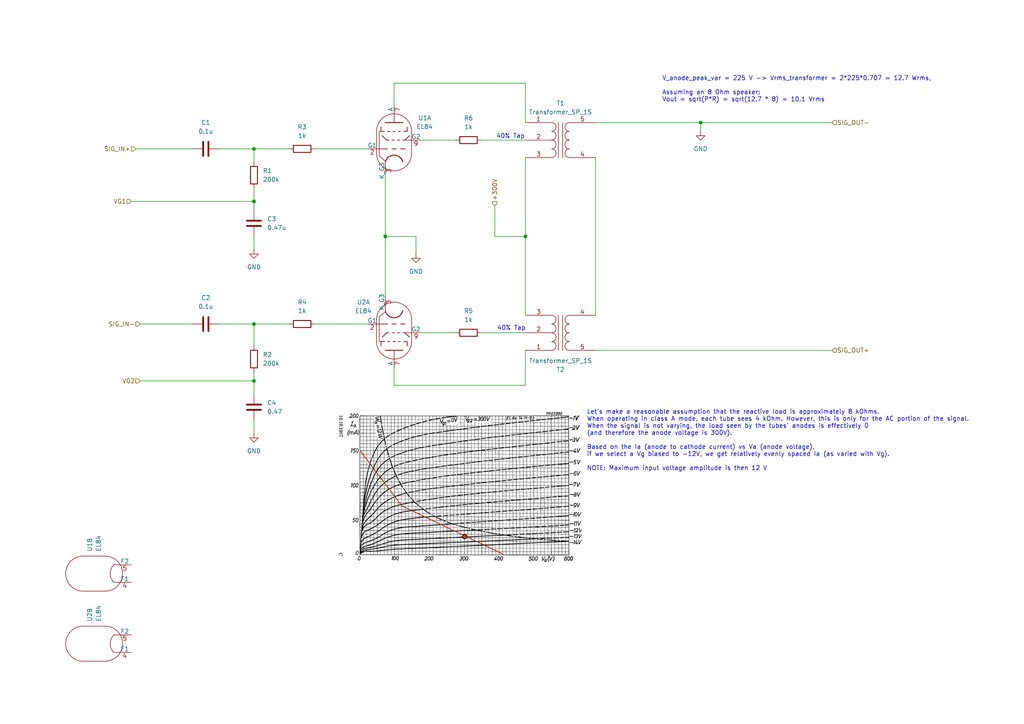
<source format=kicad_sch>
(kicad_sch (version 20231120) (generator "eeschema") (generator_version "8.0")
  (paper "A4")
  (title_block (title "Push-Pull AB Amplifier"))
  (lib_symbols
    (symbol "Device:C" (pin_numbers hide) (pin_names (offset 0.254))
      (property "Reference" "C" (at 0.635 2.54 0))
      (property "Value" "C" (at 0.635 -2.54 0))
      (symbol "C_0_1"
        (polyline (pts (xy -2.032 -0.762) (xy 2.032 -0.762)) (stroke (width 0.508)))
        (polyline (pts (xy -2.032 0.762) (xy 2.032 0.762)) (stroke (width 0.508)))
      )
      (symbol "C_1_1"
        (pin passive line (at 0 3.81 270) (length 2.794) (name "~") (number "1"))
        (pin passive line (at 0 -3.81 90) (length 2.794) (name "~") (number "2"))
      )
    )
    (symbol "Device:R" (pin_numbers hide) (pin_names (offset 0))
      (property "Reference" "R" (at 2.032 0 90))
      (property "Value" "R" (at 0 0 90))
      (symbol "R_0_1"
        (rectangle (start -1.016 -2.54) (end 1.016 2.54) (stroke (width 0.254)))
      )
      (symbol "R_1_1"
        (pin passive line (at 0 3.81 270) (length 1.27) (name "~") (number "1"))
        (pin passive line (at 0 -3.81 90) (length 1.27) (name "~") (number "2"))
      )
    )
    (symbol "Device:Transformer_SP_1S" (pin_names (offset 1.016) hide)
      (property "Reference" "T" (at 0 6.35 0))
      (property "Value" "Transformer_SP_1S" (at 0 -7.62 0))
      (symbol "Transformer_SP_1S_0_1"
        (arc (start -2.54 -5.0546) (mid -1.6599 -4.6901) (end -1.27 -3.81))
        (arc (start -2.54 -2.5146) (mid -1.6599 -2.1501) (end -1.27 -1.27))
        (arc (start -2.54 0.0254) (mid -1.6599 0.3899) (end -1.27 1.27))
        (arc (start -2.54 2.5654) (mid -1.6599 2.9299) (end -1.27 3.81))
        (arc (start -1.27 -3.81) (mid -1.642 -2.912) (end -2.54 -2.54))
        (arc (start -1.27 -1.27) (mid -1.642 -0.372) (end -2.54 0))
        (arc (start -1.27 1.27) (mid -1.642 2.168) (end -2.54 2.54))
        (arc (start -1.27 3.81) (mid -1.642 4.708) (end -2.54 5.08))
        (polyline (pts (xy -0.635 5.08) (xy -0.635 -5.08)))
        (polyline (pts (xy 0.635 -5.08) (xy 0.635 5.08)))
        (arc (start 1.2954 -1.27) (mid 1.6599 -2.1501) (end 2.54 -2.5146))
        (arc (start 1.2954 1.27) (mid 1.6599 0.3899) (end 2.54 0.0254))
        (arc (start 1.2954 3.81) (mid 1.6599 2.9299) (end 2.54 2.5654))
        (arc (start 1.3208 -3.81) (mid 1.6853 -4.6901) (end 2.5654 -5.0546))
        (arc (start 2.54 0) (mid 1.642 -0.372) (end 1.2954 -1.27))
        (arc (start 2.54 2.54) (mid 1.642 2.168) (end 1.2954 1.27))
        (arc (start 2.54 5.08) (mid 1.642 4.708) (end 1.2954 3.81))
        (arc (start 2.5654 -2.54) (mid 1.6674 -2.912) (end 1.3208 -3.81))
      )
      (symbol "Transformer_SP_1S_1_1"
        (pin passive line (at -10.16 5.08 0) (length 7.62) (name "PR1") (number "1"))
        (pin passive line (at -10.16 0 0) (length 7.62) (name "PM") (number "2"))
        (pin passive line (at -10.16 -5.08 0) (length 7.62) (name "PR2") (number "3"))
        (pin passive line (at 10.16 -5.08 180) (length 7.62) (name "S1") (number "4"))
        (pin passive line (at 10.16 5.08 180) (length 7.62) (name "S2") (number "5"))
      )
    )
    (symbol "Valve:EL84" (pin_names (offset 0))
      (property "Reference" "U" (at 2.54 10.16 0))
      (property "Value" "EL84" (at 7.62 -7.62 0))
      (symbol "EL84_0_1"
        (arc (start -5.08 -2.54) (mid 0 -7.5979) (end 5.08 -2.54))
        (polyline (pts (xy -5.08 3.81) (xy -5.08 -2.54) (xy -5.08 -2.54)))
        (polyline (pts (xy 5.08 -2.54) (xy 5.08 3.81) (xy 5.08 3.81)))
        (arc (start 5.08 3.81) (mid 0 8.8679) (end -5.08 3.81))
      )
      (symbol "EL84_1_0"
        (polyline (pts (xy -2.54 -5.08) (xy -2.54 -7.62)))
      )
      (symbol "EL84_1_1"
        (polyline (pts (xy -5.08 -1.27) (xy -3.175 -1.27)))
        (polyline (pts (xy -4.318 -3.302) (xy -4.318 3.7338)))
        (polyline (pts (xy -4.318 -3.302) (xy -2.54 -4.826)))
        (polyline (pts (xy -4.064 3.7338) (xy -4.318 3.7338)))
        (polyline (pts (xy -3.81 3.81) (xy -2.794 3.81)) (stroke (width 0.2032)))
        (polyline (pts (xy -3.81 5.08) (xy -3.81 3.81)) (stroke (width 0.2032)))
        (polyline (pts (xy -3.429 2.54) (xy -2.159 1.27)) (stroke (width 0.2032)))
        (polyline (pts (xy -2.159 1.27) (xy -1.4732 1.27)) (stroke (width 0.2032)))
        (polyline (pts (xy -1.905 -1.27) (xy -3.175 -1.27)) (stroke (width 0.2032)))
        (polyline (pts (xy -1.8542 3.81) (xy -1.2192 3.81)) (stroke (width 0.2032)))
        (polyline (pts (xy -0.635 -1.27) (xy 0.635 -1.27)) (stroke (width 0.2032)))
        (polyline (pts (xy -0.5842 1.27) (xy 0.0762 1.27)) (stroke (width 0.2032)))
        (polyline (pts (xy -0.3302 3.81) (xy 0.3302 3.81)) (stroke (width 0.2032)))
        (polyline (pts (xy 0 6.35) (xy 0 8.89)))
        (polyline (pts (xy 0.9652 1.27) (xy 1.6002 1.27)) (stroke (width 0.2032)))
        (polyline (pts (xy 1.2192 3.81) (xy 1.8542 3.81)) (stroke (width 0.2032)))
        (polyline (pts (xy 1.905 -1.27) (xy 3.175 -1.27)) (stroke (width 0.2032)))
        (polyline (pts (xy 2.54 1.27) (xy 3.175 1.27)) (stroke (width 0.2032)))
        (polyline (pts (xy 3.175 1.27) (xy 5.08 1.27)))
        (polyline (pts (xy 3.81 3.81) (xy 2.794 3.81)) (stroke (width 0.2032)))
        (polyline (pts (xy 3.81 5.08) (xy 3.81 3.81)) (stroke (width 0.2032)))
        (polyline (pts (xy 4.445 2.54) (xy 3.175 1.27)) (stroke (width 0.2032)))
        (polyline (pts (xy -2.54 6.35) (xy 2.54 6.35) (xy 2.54 6.35)) (stroke (width 0.254)))
        (arc (start 2.54 -5.08) (mid 0 -3.0968) (end -2.54 -5.08) (stroke (width 0.254)))
        (pin input line (at -7.62 -1.27 0) (length 2.54) (name "G1") (number "2"))
        (pin bidirectional line (at -2.54 -8.89 90) (length 2.54) (name "K_G3") (number "3"))
        (pin output line (at 0 11.43 270) (length 2.54) (name "A") (number "7"))
        (pin input line (at 7.62 1.27 180) (length 2.54) (name "G2") (number "9"))
      )
      (symbol "EL84_2_1"
        (polyline (pts (xy -2.54 -5.08) (xy -2.54 -6.35) (xy -2.54 -6.35)))
        (polyline (pts (xy 2.54 -6.35) (xy 2.54 -5.08) (xy 2.54 -5.08)))
        (arc (start 2.54 -5.08) (mid 0 -4.0279) (end -2.54 -5.08))
        (pin power_in line (at -2.54 -10.16 90) (length 3.81) (name "F1") (number "4"))
        (pin power_in line (at 2.54 -10.16 90) (length 3.81) (name "F2") (number "5"))
      )
    )
    (symbol "power:GND" (power) (pin_numbers hide) (pin_names (offset 0) hide)
      (property "Value" "GND" (at 0 -3.81 0))
      (symbol "GND_0_1"
        (polyline (pts (xy 0 0) (xy 0 -1.27) (xy 1.27 -1.27) (xy 0 -2.54) (xy -1.27 -1.27) (xy 0 -1.27)))
      )
      (symbol "GND_1_1"
        (pin power_in line (at 0 0 270) (length 0) (name "~") (number "1"))
      )
    )
  )
  (junction (at 203.2 35.56))
  (junction (at 111.76 68.58))
  (junction (at 152.4 68.58))
  (junction (at 73.66 58.42))
  (junction (at 73.66 43.18))
  (junction (at 73.66 110.49))
  (junction (at 73.66 93.98))
  (wire (pts (xy 152.4 111.76) (xy 152.4 101.6)))
  (wire (pts (xy 203.2 35.56) (xy 203.2 38.1)))
  (wire (pts (xy 73.66 43.18) (xy 83.82 43.18)))
  (wire (pts (xy 73.66 93.98) (xy 73.66 100.33)))
  (wire (pts (xy 172.72 35.56) (xy 203.2 35.56)))
  (wire (pts (xy 143.51 59.69) (xy 143.51 68.58)))
  (wire (pts (xy 63.5 43.18) (xy 73.66 43.18)))
  (wire (pts (xy 73.66 93.98) (xy 83.82 93.98)))
  (wire (pts (xy 111.76 68.58) (xy 120.65 68.58)))
  (wire (pts (xy 172.72 101.6) (xy 241.3 101.6)))
  (wire (pts (xy 73.66 43.18) (xy 73.66 46.99)))
  (wire (pts (xy 152.4 45.72) (xy 152.4 68.58)))
  (wire (pts (xy 38.1 58.42) (xy 73.66 58.42)))
  (wire (pts (xy 121.92 40.64) (xy 132.08 40.64)))
  (wire (pts (xy 111.76 68.58) (xy 111.76 86.36)))
  (wire (pts (xy 114.3 111.76) (xy 152.4 111.76)))
  (wire (pts (xy 114.3 24.13) (xy 114.3 30.48)))
  (wire (pts (xy 114.3 106.68) (xy 114.3 111.76)))
  (wire (pts (xy 139.7 40.64) (xy 152.4 40.64)))
  (wire (pts (xy 152.4 24.13) (xy 152.4 35.56)))
  (wire (pts (xy 172.72 45.72) (xy 172.72 91.44)))
  (wire (pts (xy 39.37 43.18) (xy 55.88 43.18)))
  (wire (pts (xy 91.44 43.18) (xy 106.68 43.18)))
  (wire (pts (xy 152.4 68.58) (xy 143.51 68.58)))
  (wire (pts (xy 73.66 58.42) (xy 73.66 60.96)))
  (wire (pts (xy 121.92 96.52) (xy 132.08 96.52)))
  (wire (pts (xy 139.7 96.52) (xy 152.4 96.52)))
  (wire (pts (xy 40.64 93.98) (xy 55.88 93.98)))
  (wire (pts (xy 114.3 24.13) (xy 152.4 24.13)))
  (wire (pts (xy 73.66 121.92) (xy 73.66 125.73)))
  (wire (pts (xy 73.66 68.58) (xy 73.66 72.39)))
  (wire (pts (xy 111.76 50.8) (xy 111.76 68.58)))
  (wire (pts (xy 40.64 110.49) (xy 73.66 110.49)))
  (wire (pts (xy 91.44 93.98) (xy 106.68 93.98)))
  (wire (pts (xy 120.65 68.58) (xy 120.65 73.66)))
  (wire (pts (xy 73.66 110.49) (xy 73.66 114.3)))
  (wire (pts (xy 203.2 35.56) (xy 241.3 35.56)))
  (wire (pts (xy 63.5 93.98) (xy 73.66 93.98)))
  (wire (pts (xy 152.4 68.58) (xy 152.4 91.44)))
  (wire (pts (xy 73.66 107.95) (xy 73.66 110.49)))
  (wire (pts (xy 73.66 54.61) (xy 73.66 58.42)))
  (image (at 133.35 140.97) (scale 0.257113))
  (text "40% Tap" (at 148.336 95.25 0) (effects (font (size 1.27 1.27))))
  (text "40% Tap" (at 148.082 39.624 0) (effects (font (size 1.27 1.27))))
  (text "Let's make a reasonable assumption that the reactive load is approximately 8 kOhms. \nWhen operating in class A mode, each tube sees 4 kOhm. However, this is only for the AC portion of the signal.\nWhen the signal is not varying, the load seen by the tubes' anodes is effectively 0 \n(and therefore the anode voltage is 300V).\n\nBased on the Ia (anode to cathode current) vs Va (anode voltage), \nif we select a Vg biased to -12V, we get relatively evenly spaced Ia (as varied with Vg).\n\nNOTE: Maximum input voltage amplitude is then 12 V\n" (at 170.18 127.762 0) (effects (font (size 1.27 1.27)) (justify left)))
  (text "V_anode_peak_var = 225 V -> Vrms_transformer = 2*225*0.707 = 12.7 Wrms,\n\nAssuming an 8 Ohm speaker:\nVout = sqrt(P*R) = sqrt(12.7 * 8) = 10.1 Vrms" (at 192.024 25.908 0) (effects (font (size 1.27 1.27)) (justify left)))
  (hierarchical_label "VG1" (shape input) (at 38.1 58.42 180))
  (hierarchical_label "SIG_OUT+" (shape input) (at 241.3 101.6 0))
  (hierarchical_label "+300V" (shape input) (at 143.51 59.69 90))
  (hierarchical_label "SIG_OUT-" (shape input) (at 241.3 35.56 0))
  (hierarchical_label "SIG_IN-" (shape input) (at 40.64 93.98 180))
  (hierarchical_label "SIG_IN+" (shape input) (at 39.37 43.18 180))
  (hierarchical_label "VG2" (shape input) (at 40.64 110.49 180))
  (symbol (lib_id "Valve:EL84") (at 114.3 41.91 0) (unit 1)
    (property "Reference" "U1" (at 123.19 34.2198 0))
    (property "Value" "EL84" (at 123.19 36.7598 0))
    (property "Footprint" "Valve:Valve_Noval_P" (effects (hide yes)))
    (property "Datasheet" "http://www.r-type.org/pdfs/el84.pdf" (effects (hide yes)))
    (property "Description" "pentode, 12W" (effects (hide yes)))
  )
  (symbol (lib_id "power:GND") (at 203.2 38.1 0) (unit 1)
    (property "Reference" "#PWR04" (effects (hide yes)))
    (property "Value" "GND" (at 203.2 43.18 0))
    (property "Description" "Power symbol creates a global label with name \"GND\" , ground" (effects (hide yes)))
  )
  (symbol (lib_id "Device:R") (at 135.89 40.64 90) (unit 1)
    (property "Reference" "R6" (at 135.89 34.29 90))
    (property "Value" "1k" (at 135.89 36.83 90))
    (property "Description" "Resistor" (effects (hide yes)))
  )
  (symbol (lib_id "Device:C") (at 59.69 93.98 90) (unit 1)
    (property "Reference" "C2" (at 59.69 86.36 90))
    (property "Value" "0.1u" (at 59.69 88.9 90))
    (property "Description" "Unpolarized capacitor" (effects (hide yes)))
  )
  (symbol (lib_id "Device:R") (at 87.63 43.18 270) (unit 1)
    (property "Reference" "R3" (at 87.63 36.83 90))
    (property "Value" "1k" (at 87.63 39.37 90))
    (property "Description" "Resistor" (effects (hide yes)))
  )
  (symbol (lib_id "Device:R") (at 87.63 93.98 90) (unit 1)
    (property "Reference" "R4" (at 87.63 87.63 90))
    (property "Value" "1k" (at 87.63 90.17 90))
    (property "Description" "Resistor" (effects (hide yes)))
  )
  (symbol (lib_id "Device:C") (at 59.69 43.18 90) (unit 1)
    (property "Reference" "C1" (at 59.69 35.56 90))
    (property "Value" "0.1u" (at 59.69 38.1 90))
    (property "Description" "Unpolarized capacitor" (effects (hide yes)))
  )
  (symbol (lib_id "Valve:EL84") (at 114.3 95.25 0) (mirror x) (unit 1)
    (property "Reference" "U2" (at 105.41 87.6614 0))
    (property "Value" "EL84" (at 105.41 90.2014 0))
    (property "Footprint" "Valve:Valve_Noval_P" (effects (hide yes)))
    (property "Datasheet" "http://www.r-type.org/pdfs/el84.pdf" (effects (hide yes)))
    (property "Description" "pentode, 12W" (effects (hide yes)))
  )
  (symbol (lib_id "Device:Transformer_SP_1S") (at 162.56 40.64 0) (unit 1)
    (property "Reference" "T1" (at 162.56 29.972 0))
    (property "Value" "Transformer_SP_1S" (at 162.56 32.512 0))
    (property "Description" "Transformer, split primary, single secondary" (effects (hide yes)))
  )
  (symbol (lib_id "power:GND") (at 73.66 72.39 0) (unit 1)
    (property "Reference" "#PWR01" (effects (hide yes)))
    (property "Value" "GND" (at 73.66 77.47 0))
    (property "Description" "Power symbol creates a global label with name \"GND\" , ground" (effects (hide yes)))
  )
  (symbol (lib_id "Device:R") (at 73.66 104.14 0) (unit 1)
    (property "Reference" "R2" (at 76.2 102.8699 0) (effects (justify left)))
    (property "Value" "200k" (at 76.2 105.4099 0) (effects (justify left)))
    (property "Description" "Resistor" (effects (hide yes)))
  )
  (symbol (lib_id "Device:R") (at 135.89 96.52 90) (unit 1)
    (property "Reference" "R5" (at 135.89 90.17 90))
    (property "Value" "1k" (at 135.89 92.71 90))
    (property "Description" "Resistor" (effects (hide yes)))
  )
  (symbol (lib_id "Device:R") (at 73.66 50.8 180) (unit 1)
    (property "Reference" "R1" (at 76.2 49.5299 0) (effects (justify right)))
    (property "Value" "200k" (at 76.2 52.0699 0) (effects (justify right)))
    (property "Description" "Resistor" (effects (hide yes)))
  )
  (symbol (lib_id "Valve:EL84") (at 27.94 186.69 90) (unit 2)
    (property "Reference" "U2" (at 26.0349 180.34 0) (effects (justify left)))
    (property "Value" "EL84" (at 28.5749 180.34 0) (effects (justify left)))
    (property "Footprint" "Valve:Valve_Noval_P" (effects (hide yes)))
    (property "Datasheet" "http://www.r-type.org/pdfs/el84.pdf" (effects (hide yes)))
    (property "Description" "pentode, 12W" (effects (hide yes)))
  )
  (symbol (lib_id "Valve:EL84") (at 27.94 166.37 90) (unit 2)
    (property "Reference" "U1" (at 26.0349 160.02 0) (effects (justify left)))
    (property "Value" "EL84" (at 28.5749 160.02 0) (effects (justify left)))
    (property "Footprint" "Valve:Valve_Noval_P" (effects (hide yes)))
    (property "Datasheet" "http://www.r-type.org/pdfs/el84.pdf" (effects (hide yes)))
    (property "Description" "pentode, 12W" (effects (hide yes)))
  )
  (symbol (lib_id "Device:C") (at 73.66 64.77 180) (unit 1)
    (property "Reference" "C3" (at 77.47 63.4999 0) (effects (justify right)))
    (property "Value" "0.47u" (at 77.47 66.0399 0) (effects (justify right)))
    (property "Description" "Unpolarized capacitor" (effects (hide yes)))
  )
  (symbol (lib_id "power:GND") (at 120.65 73.66 0) (unit 1)
    (property "Reference" "#PWR03" (effects (hide yes)))
    (property "Value" "GND" (at 120.65 78.74 0))
    (property "Description" "Power symbol creates a global label with name \"GND\" , ground" (effects (hide yes)))
  )
  (symbol (lib_id "Device:C") (at 73.66 118.11 180) (unit 1)
    (property "Reference" "C4" (at 77.47 116.8399 0) (effects (justify right)))
    (property "Value" "0.47" (at 77.47 119.3799 0) (effects (justify right)))
    (property "Description" "Unpolarized capacitor" (effects (hide yes)))
  )
  (symbol (lib_id "power:GND") (at 73.66 125.73 0) (unit 1)
    (property "Reference" "#PWR02" (effects (hide yes)))
    (property "Value" "GND" (at 73.66 130.81 0))
    (property "Description" "Power symbol creates a global label with name \"GND\" , ground" (effects (hide yes)))
  )
  (symbol (lib_id "Device:Transformer_SP_1S") (at 162.56 96.52 0) (mirror x) (unit 1)
    (property "Reference" "T2" (at 162.56 107.188 0))
    (property "Value" "Transformer_SP_1S" (at 162.56 104.648 0))
    (property "Description" "Transformer, split primary, single secondary" (effects (hide yes)))
  )
)
</source>
